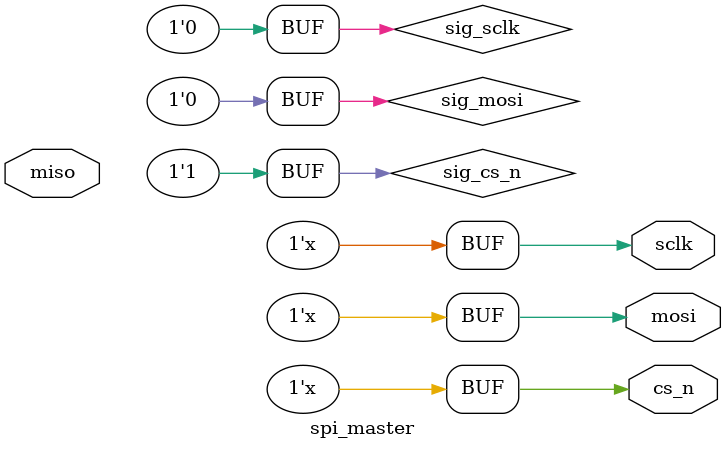
<source format=sv>
module spi_master #(
  parameter real PERIOD = 100
)(
  output wire sclk,  // serial clock
  output wire cs_n,  // chip select (active low)
  output wire mosi,  // master output slave input
  input  wire miso   // master input slave output
);

// local signals
logic sig_sclk;  // serial clock
logic sig_cs_n;  // chip select (active low)
logic sig_mosi;  // master output slave input

// output buffers
bufif0 (sclk, sig_sclk, sig_cs_n);
bufif0 (cs_n, sig_cs_n, sig_cs_n);
bufif0 (mosi, sig_mosi, sig_cs_n);

initial begin
  sig_sclk = 1'b0;
  sig_cs_n = 1'b1;
  sig_mosi = 1'b0;
end

task cycle (
  input  logic [7:0] dmosi,
  output logic [7:0] dmiso
);
  int i;
begin
  sig_cs_n = 1'b0;
  #(PERIOD);
  for (i=7; i>=0; i--) begin
    sig_sclk = 1'b0;
    sig_mosi = dmosi[i];
    #(PERIOD/2);
    sig_sclk = 1'b1;
    dmiso[i] = miso;
    #(PERIOD/2);
  end
  #(PERIOD);
  sig_cs_n = 1'b1;
  #(PERIOD);
end
endtask

endmodule

</source>
